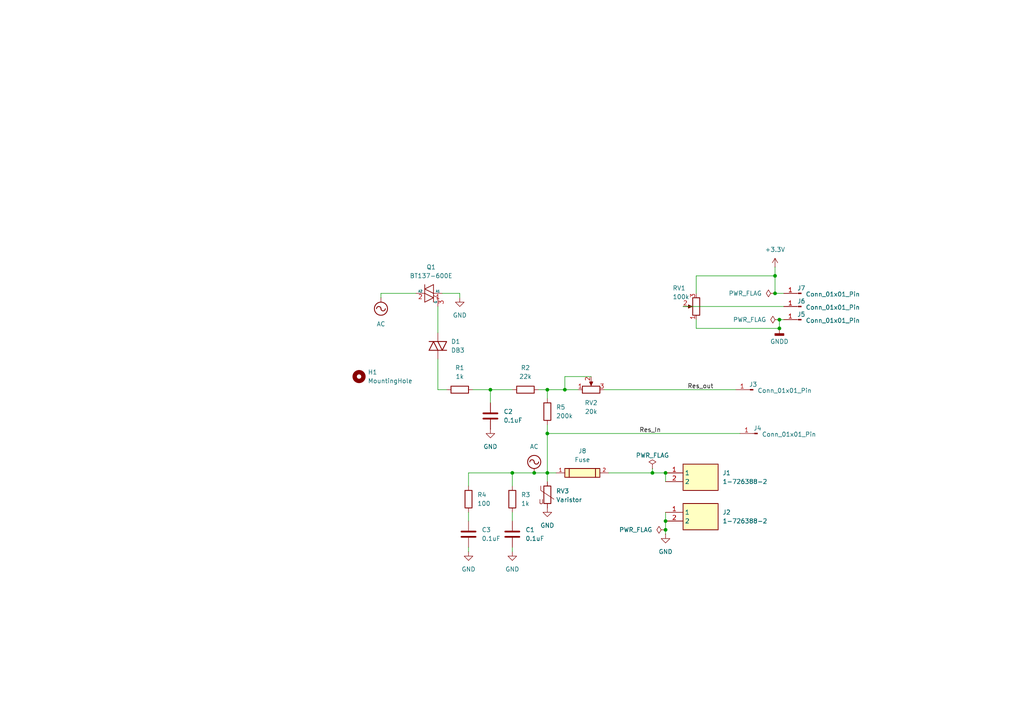
<source format=kicad_sch>
(kicad_sch (version 20250114) (generator "eeschema") (generator_version "9.0")
  (paper "A4")
  (lib_symbols
    (symbol "Connector:Conn_01x01_Pin" (pin_names (offset 1.016) (hide yes))
      (property "Reference" "J" (at 0 2.54 0))
      (property "Value" "Conn_01x01_Pin" (at 0 -2.54 0))
      (symbol "Conn_01x01_Pin_1_1"
        (rectangle (start 0.8636 0.127) (end 0 -0.127) (stroke (width 0.1524)) (fill (type outline)))
        (polyline (pts (xy 1.27 0) (xy 0.8636 0)) (stroke (width 0.1524)))
        (pin passive line (at 5.08 0 180) (length 3.81) (name "Pin_1") (number "1"))
      )
    )
    (symbol "Mechanical:MountingHole" (pin_names (offset 1.016)) (in_bom no)
      (property "Reference" "H" (at 0 5.08 0))
      (property "Value" "MountingHole" (at 0 3.175 0))
      (symbol "MountingHole_0_1"
        (circle (center 0 0) (radius 1.27) (stroke (width 1.27)))
      )
    )
    (symbol "power:+3.3V" (power) (pin_numbers (hide yes)) (pin_names (offset 0) (hide yes))
      (property "Value" "+3.3V" (at 0 3.556 0))
      (symbol "+3.3V_0_1"
        (polyline (pts (xy -0.762 1.27) (xy 0 2.54)))
        (polyline (pts (xy 0 2.54) (xy 0.762 1.27)))
        (polyline (pts (xy 0 0) (xy 0 2.54)))
      )
      (symbol "+3.3V_1_1"
        (pin power_in line (at 0 0 90) (length 0) (name "~") (number "1"))
      )
    )
    (symbol "power:AC" (power) (pin_numbers (hide yes)) (pin_names (offset 0) (hide yes))
      (property "Value" "AC" (at 0 6.35 0))
      (symbol "AC_0_1"
        (arc (start -1.27 3.175) (mid -0.635 3.8073) (end 0 3.175) (stroke (width 0.254)))
        (circle (center 0 3.175) (radius 1.905) (stroke (width 0.254)))
        (polyline (pts (xy 0 0) (xy 0 1.27)))
        (arc (start 1.27 3.175) (mid 0.635 2.5427) (end 0 3.175) (stroke (width 0.254)))
      )
      (symbol "AC_1_1"
        (pin power_in line (at 0 0 90) (length 0) (name "~") (number "1"))
      )
    )
    (symbol "power:GND" (power) (pin_numbers (hide yes)) (pin_names (offset 0) (hide yes))
      (property "Value" "GND" (at 0 -3.81 0))
      (symbol "GND_0_1"
        (polyline (pts (xy 0 0) (xy 0 -1.27) (xy 1.27 -1.27) (xy 0 -2.54) (xy -1.27 -1.27) (xy 0 -1.27)))
      )
      (symbol "GND_1_1"
        (pin power_in line (at 0 0 270) (length 0) (name "~") (number "1"))
      )
    )
    (symbol "power:GNDD" (power) (pin_numbers (hide yes)) (pin_names (offset 0) (hide yes))
      (property "Value" "GNDD" (at 0 -3.175 0))
      (symbol "GNDD_0_1"
        (rectangle (start -1.27 -1.524) (end 1.27 -2.032) (stroke (width 0.254)) (fill (type outline)))
        (polyline (pts (xy 0 0) (xy 0 -1.524)))
      )
      (symbol "GNDD_1_1"
        (pin power_in line (at 0 0 270) (length 0) (name "~") (number "1"))
      )
    )
    (symbol "power:PWR_FLAG" (power) (pin_numbers (hide yes)) (pin_names (offset 0) (hide yes))
      (property "Value" "PWR_FLAG" (at 0 3.81 0))
      (symbol "PWR_FLAG_0_0"
        (pin power_out line (at 0 0 90) (length 0) (name "~") (number "1"))
      )
      (symbol "PWR_FLAG_0_1"
        (polyline (pts (xy 0 0) (xy 0 1.27) (xy -1.016 1.905) (xy 0 2.54) (xy 1.016 1.905) (xy 0 1.27)))
      )
    )
    (symbol "project:1-726388-2"
      (property "Reference" "J" (at 16.51 7.62 0))
      (property "Value" "1-726388-2" (at 16.51 5.08 0))
      (symbol "1-726388-2_1_1"
        (rectangle (start 5.08 2.54) (end 15.24 -5.08) (stroke (width 0.254)) (fill (type background)))
        (pin passive line (at 0 0 0) (length 5.08) (name "1") (number "1"))
        (pin passive line (at 0 -2.54 0) (length 5.08) (name "2") (number "2"))
      )
    )
    (symbol "project:BFC233627104" (pin_numbers (hide yes)) (pin_names (offset 0.254))
      (property "Reference" "C" (at 0.635 2.54 0))
      (property "Value" "0.1uF" (at 0.635 -2.54 0))
      (symbol "BFC233627104_0_1"
        (polyline (pts (xy -2.032 0.762) (xy 2.032 0.762)) (stroke (width 0.508)))
        (polyline (pts (xy -2.032 -0.762) (xy 2.032 -0.762)) (stroke (width 0.508)))
      )
      (symbol "BFC233627104_1_1"
        (pin passive line (at 0 3.81 270) (length 2.794) (name "~") (number "1"))
        (pin passive line (at 0 -3.81 90) (length 2.794) (name "~") (number "2"))
      )
    )
    (symbol "project:BT137-600E" (pin_names (offset 0))
      (property "Reference" "Q" (at 5.08 1.905 0))
      (property "Value" "BT137-600E" (at 5.08 0 0))
      (symbol "BT137-600E_0_1"
        (polyline (pts (xy -2.54 1.27) (xy 2.54 1.27)) (stroke (width 0.2032)))
        (polyline (pts (xy -2.54 1.27) (xy -1.27 -1.27) (xy 0 1.27)) (stroke (width 0.2032)))
        (polyline (pts (xy -2.54 -1.27) (xy 2.54 -1.27)) (stroke (width 0.2032)))
        (polyline (pts (xy -1.27 -2.54) (xy -0.635 -1.27)))
        (polyline (pts (xy 0 -1.27) (xy 1.27 1.27) (xy 2.54 -1.27)) (stroke (width 0.2032)))
      )
      (symbol "BT137-600E_1_1"
        (pin input line (at -3.81 -2.54 0) (length 2.54) (name "G") (number "3"))
        (pin passive line (at 0 3.81 270) (length 2.54) (name "A2") (number "2"))
        (pin passive line (at 0 -3.81 90) (length 2.54) (name "A1") (number "1"))
      )
    )
    (symbol "project:DB3" (pin_numbers (hide yes)) (pin_names (offset 1.016) (hide yes))
      (property "Reference" "D" (at 0 3.81 0))
      (property "Value" "DB3" (at 0 -3.81 0))
      (symbol "DB3_0_1"
        (polyline (pts (xy -1.27 2.54) (xy -1.27 0) (xy 1.27 1.27) (xy -1.27 2.54)) (stroke (width 0.254)))
        (polyline (pts (xy -1.27 0) (xy -1.27 -2.54)) (stroke (width 0.254)))
        (polyline (pts (xy 1.27 2.54) (xy 1.27 0)) (stroke (width 0.254)))
        (polyline (pts (xy 1.27 0) (xy 1.27 -2.54) (xy -1.27 -1.27) (xy 1.27 0)) (stroke (width 0.254)))
      )
      (symbol "DB3_1_1"
        (pin passive line (at -3.81 0 0) (length 2.54) (name "K") (number "1"))
        (pin passive line (at 3.81 0 180) (length 2.54) (name "A") (number "2"))
      )
    )
    (symbol "project:Fuse Holder" (pin_names (offset 1.016))
      (property "Reference" "J" (at 0 2.54 0))
      (property "Value" "Fuse" (at -5.08 -3.81 0))
      (symbol "Fuse Holder_0_0"
        (rectangle (start -5.08 -1.27) (end 5.08 1.27) (stroke (width 0.254)) (fill (type background)))
        (polyline (pts (xy -3.81 1.27) (xy -3.81 -1.27)) (stroke (width 0.254)))
        (polyline (pts (xy 3.81 1.27) (xy 3.81 -1.27)) (stroke (width 0.254)))
        (pin passive line (at -7.62 0 0) (length 2.54) (name "~") (number "1"))
        (pin passive line (at 7.62 0 180) (length 2.54) (name "~") (number "2"))
      )
    )
    (symbol "project:R1003W" (pin_numbers (hide yes)) (pin_names (offset 0))
      (property "Reference" "R" (at 2.032 0 90))
      (property "Value" "100" (at 0 0 90))
      (symbol "R1003W_0_1"
        (rectangle (start -1.016 -2.54) (end 1.016 2.54) (stroke (width 0.254)))
      )
      (symbol "R1003W_1_1"
        (pin passive line (at 0 3.81 270) (length 1.27) (name "~") (number "1"))
        (pin passive line (at 0 -3.81 90) (length 1.27) (name "~") (number "2"))
      )
    )
    (symbol "project:R1k" (pin_numbers (hide yes)) (pin_names (offset 0))
      (property "Reference" "R" (at 2.032 0 90))
      (property "Value" "1k" (at 0 0 90))
      (symbol "R1k_0_1"
        (rectangle (start -1.016 -2.54) (end 1.016 2.54) (stroke (width 0.254)))
      )
      (symbol "R1k_1_1"
        (pin passive line (at 0 3.81 270) (length 1.27) (name "~") (number "1"))
        (pin passive line (at 0 -3.81 90) (length 1.27) (name "~") (number "2"))
      )
    )
    (symbol "project:R200k" (pin_numbers (hide yes)) (pin_names (offset 0))
      (property "Reference" "R" (at 2.032 0 90))
      (property "Value" "200k" (at 0 0 90))
      (symbol "R200k_0_1"
        (rectangle (start -1.016 -2.54) (end 1.016 2.54) (stroke (width 0.254)))
      )
      (symbol "R200k_1_1"
        (pin passive line (at 0 3.81 270) (length 1.27) (name "~") (number "1"))
        (pin passive line (at 0 -3.81 90) (length 1.27) (name "~") (number "2"))
      )
    )
    (symbol "project:R22k" (pin_numbers (hide yes)) (pin_names (offset 0))
      (property "Reference" "R" (at 2.032 0 90))
      (property "Value" "22k" (at 0 0 90))
      (symbol "R22k_0_1"
        (rectangle (start -1.016 -2.54) (end 1.016 2.54) (stroke (width 0.254)))
      )
      (symbol "R22k_1_1"
        (pin passive line (at 0 3.81 270) (length 1.27) (name "~") (number "1"))
        (pin passive line (at 0 -3.81 90) (length 1.27) (name "~") (number "2"))
      )
    )
    (symbol "project:SFR25H0001001FA500" (pin_numbers (hide yes)) (pin_names (offset 0))
      (property "Reference" "R" (at 2.032 0 90))
      (property "Value" "1k" (at 0 0 90))
      (symbol "SFR25H0001001FA500_0_1"
        (rectangle (start -1.016 -2.54) (end 1.016 2.54) (stroke (width 0.254)))
      )
      (symbol "SFR25H0001001FA500_1_1"
        (pin passive line (at 0 3.81 270) (length 1.27) (name "~") (number "1"))
        (pin passive line (at 0 -3.81 90) (length 1.27) (name "~") (number "2"))
      )
    )
    (symbol "project:Slide-Pot" (pin_names (offset 1.016) (hide yes))
      (property "Reference" "RV" (at -4.445 0 90))
      (property "Value" "100k" (at -2.54 0 90))
      (symbol "Slide-Pot_0_1"
        (rectangle (start 1.016 2.54) (end -1.016 -2.54) (stroke (width 0.254)))
        (polyline (pts (xy 1.143 0) (xy 2.286 0.508) (xy 2.286 -0.508) (xy 1.143 0)) (fill (type outline)))
        (polyline (pts (xy 2.54 0) (xy 1.524 0)))
      )
      (symbol "Slide-Pot_1_1"
        (pin passive line (at 0 3.81 270) (length 1.27) (name "1") (number "1"))
        (pin passive line (at 0 -3.81 90) (length 1.27) (name "3") (number "3"))
        (pin passive line (at 3.81 0 180) (length 1.27) (name "2") (number "2"))
      )
    )
    (symbol "project:Trim_pot_20k" (pin_names (offset 1.016) (hide yes))
      (property "Reference" "RV" (at -4.445 0 90))
      (property "Value" "20k" (at -2.54 0 90))
      (symbol "Trim_pot_20k_0_1"
        (rectangle (start 1.016 2.54) (end -1.016 -2.54) (stroke (width 0.254)))
        (polyline (pts (xy 1.143 0) (xy 2.286 0.508) (xy 2.286 -0.508) (xy 1.143 0)) (fill (type outline)))
        (polyline (pts (xy 2.54 0) (xy 1.524 0)))
      )
      (symbol "Trim_pot_20k_1_1"
        (pin passive line (at 0 3.81 270) (length 1.27) (name "1") (number "1"))
        (pin passive line (at 0 -3.81 90) (length 1.27) (name "3") (number "3"))
        (pin passive line (at 3.81 0 180) (length 1.27) (name "2") (number "2"))
      )
    )
    (symbol "project:Varistor" (pin_numbers (hide yes)) (pin_names (offset 0))
      (property "Reference" "RV" (at 3.175 0 90))
      (property "Value" "Varistor" (at -3.175 0 90))
      (symbol "Varistor_0_0"
        (text "U" (at -1.778 -2.032 0) (effects (font (size 1.27 1.27))))
      )
      (symbol "Varistor_0_1"
        (polyline (pts (xy -1.905 2.54) (xy -1.905 1.27) (xy 1.905 -1.27)))
        (rectangle (start -1.016 -2.54) (end 1.016 2.54) (stroke (width 0.254)))
      )
      (symbol "Varistor_1_1"
        (pin passive line (at 0 3.81 270) (length 1.27) (name "~") (number "1"))
        (pin passive line (at 0 -3.81 90) (length 1.27) (name "~") (number "2"))
      )
    )
  )
  (junction (at 193.04 151.13))
  (junction (at 193.04 153.67))
  (junction (at 224.79 80.01))
  (junction (at 224.79 85.09))
  (junction (at 163.83 113.03))
  (junction (at 189.23 137.16))
  (junction (at 193.04 137.16))
  (junction (at 142.24 113.03))
  (junction (at 158.75 125.73))
  (junction (at 158.75 137.16))
  (junction (at 226.06 92.71))
  (junction (at 154.94 137.16))
  (junction (at 158.75 113.03))
  (junction (at 226.06 95.25))
  (junction (at 148.59 137.16))
  (wire (pts (xy 224.79 80.01) (xy 224.79 85.09)))
  (wire (pts (xy 161.29 137.16) (xy 158.75 137.16)))
  (wire (pts (xy 163.83 109.22) (xy 171.45 109.22)))
  (wire (pts (xy 127 104.14) (xy 127 113.03)))
  (wire (pts (xy 224.79 77.47) (xy 224.79 80.01)))
  (wire (pts (xy 189.23 135.89) (xy 189.23 137.16)))
  (wire (pts (xy 135.89 137.16) (xy 148.59 137.16)))
  (wire (pts (xy 193.04 137.16) (xy 193.04 139.7)))
  (wire (pts (xy 127 113.03) (xy 129.54 113.03)))
  (wire (pts (xy 226.06 95.25) (xy 201.93 95.25)))
  (wire (pts (xy 110.49 85.09) (xy 120.65 85.09)))
  (wire (pts (xy 227.33 85.09) (xy 224.79 85.09)))
  (wire (pts (xy 226.06 92.71) (xy 227.33 92.71)))
  (wire (pts (xy 148.59 148.59) (xy 148.59 151.13)))
  (wire (pts (xy 163.83 113.03) (xy 167.64 113.03)))
  (wire (pts (xy 198.12 88.9) (xy 227.33 88.9)))
  (wire (pts (xy 137.16 113.03) (xy 142.24 113.03)))
  (wire (pts (xy 193.04 151.13) (xy 193.04 153.67)))
  (wire (pts (xy 158.75 113.03) (xy 158.75 115.57)))
  (wire (pts (xy 133.35 85.09) (xy 128.27 85.09)))
  (wire (pts (xy 158.75 137.16) (xy 158.75 139.7)))
  (wire (pts (xy 193.04 148.59) (xy 193.04 151.13)))
  (wire (pts (xy 135.89 148.59) (xy 135.89 151.13)))
  (wire (pts (xy 201.93 80.01) (xy 224.79 80.01)))
  (wire (pts (xy 163.83 109.22) (xy 163.83 113.03)))
  (wire (pts (xy 201.93 95.25) (xy 201.93 92.71)))
  (wire (pts (xy 142.24 113.03) (xy 142.24 116.84)))
  (wire (pts (xy 110.49 86.36) (xy 110.49 85.09)))
  (wire (pts (xy 156.21 113.03) (xy 158.75 113.03)))
  (wire (pts (xy 142.24 113.03) (xy 148.59 113.03)))
  (wire (pts (xy 127 88.9) (xy 127 96.52)))
  (wire (pts (xy 148.59 137.16) (xy 154.94 137.16)))
  (wire (pts (xy 158.75 125.73) (xy 158.75 137.16)))
  (wire (pts (xy 175.26 113.03) (xy 213.36 113.03)))
  (wire (pts (xy 135.89 140.97) (xy 135.89 137.16)))
  (wire (pts (xy 133.35 86.36) (xy 133.35 85.09)))
  (wire (pts (xy 148.59 137.16) (xy 148.59 140.97)))
  (wire (pts (xy 154.94 137.16) (xy 158.75 137.16)))
  (wire (pts (xy 135.89 158.75) (xy 135.89 160.02)))
  (wire (pts (xy 193.04 153.67) (xy 193.04 154.94)))
  (wire (pts (xy 158.75 113.03) (xy 163.83 113.03)))
  (wire (pts (xy 176.53 137.16) (xy 189.23 137.16)))
  (wire (pts (xy 226.06 92.71) (xy 226.06 95.25)))
  (wire (pts (xy 201.93 85.09) (xy 201.93 80.01)))
  (wire (pts (xy 189.23 137.16) (xy 193.04 137.16)))
  (wire (pts (xy 158.75 125.73) (xy 214.63 125.73)))
  (wire (pts (xy 148.59 160.02) (xy 148.59 158.75)))
  (wire (pts (xy 158.75 123.19) (xy 158.75 125.73)))
  (label "Res_In" (at 185.42 125.73 0))
  (label "Res_out" (at 199.39 113.03 0))
  (symbol (lib_id "Connector:Conn_01x01_Pin") (at 218.44 113.03 180) (unit 1)
    (property "Reference" "J3" (at 218.44 111.506 0))
    (property "Value" "Conn_01x01_Pin" (at 227.584 113.284 0))
    (property "Footprint" "Connector_Wire:SolderWire-0.5sqmm_1x01_D0.9mm_OD2.1mm" (effects (hide yes)))
    (property "Description" "Generic connector, single row, 01x01, script generated" (effects (hide yes)))
  )
  (symbol (lib_id "power:GND") (at 133.35 86.36 0) (unit 1)
    (property "Reference" "#PWR03" (effects (hide yes)))
    (property "Value" "GND" (at 133.35 91.44 0))
    (property "Description" "Power symbol creates a global label with name \"GND\" , ground" (effects (hide yes)))
  )
  (symbol (lib_id "Mechanical:MountingHole") (at 104.14 109.22 0) (unit 1) (in_bom no)
    (property "Reference" "H1" (at 106.68 107.9499 0) (effects (justify left)))
    (property "Value" "MountingHole" (at 106.68 110.4899 0) (effects (justify left)))
    (property "Footprint" "MountingHole:MountingHole_5.5mm" (effects (hide yes)))
    (property "Description" "Mounting Hole without connection" (effects (hide yes)))
  )
  (symbol (lib_id "Connector:Conn_01x01_Pin") (at 232.41 88.9 180) (unit 1)
    (property "Reference" "J6" (at 232.41 87.376 0))
    (property "Value" "Conn_01x01_Pin" (at 241.554 89.154 0))
    (property "Footprint" "Connector_Wire:SolderWire-0.5sqmm_1x01_D0.9mm_OD2.1mm" (effects (hide yes)))
    (property "Description" "Generic connector, single row, 01x01, script generated" (effects (hide yes)))
  )
  (symbol (lib_id "power:GND") (at 193.04 154.94 0) (unit 1)
    (property "Reference" "#PWR02" (effects (hide yes)))
    (property "Value" "GND" (at 193.04 160.02 0))
    (property "Description" "Power symbol creates a global label with name \"GND\" , ground" (effects (hide yes)))
  )
  (symbol (lib_id "project:1-726388-2") (at 193.04 148.59 0) (unit 1)
    (property "Reference" "J2" (at 209.55 148.5899 0) (effects (justify left)))
    (property "Value" "1-726388-2" (at 209.55 151.1299 0) (effects (justify left)))
    (property "Footprint" "project:17263882" (effects (hide yes)))
    (property "Datasheet" "https://datasheet.datasheetarchive.com/originals/distributors/Datasheets_SAMA/055e60f42819069191c4e7cf8bb8e9d2.pdf" (effects (hide yes)))
    (property "Description" "Tab terminal,PCB, FASTON 187, straight TE Connectivity FASTON .187 Series , Straight Mount Angle PCB Tab Terminal, 4.75 x 0.81mm Tin Plated" (effects (hide yes)))
    (property "Height" "8" (effects (hide yes)))
    (property "Mouser #" "571-1-726388-2" (effects (hide yes)))
    (property "Mouser Price/Stock" "https://www.mouser.co.uk/ProductDetail/TE-Connectivity-AMP/1-726388-2?qs=sd1rtLGwt45Lz6YyJvcJPw%3D%3D" (effects (hide yes)))
    (property "MFG" "TE Connectivity" (effects (hide yes)))
    (property "MFG #" "1-726388-2" (effects (hide yes)))
  )
  (symbol (lib_id "project:1-726388-2") (at 193.04 137.16 0) (unit 1)
    (property "Reference" "J1" (at 209.55 137.1599 0) (effects (justify left)))
    (property "Value" "1-726388-2" (at 209.55 139.6999 0) (effects (justify left)))
    (property "Footprint" "project:17263882" (effects (hide yes)))
    (property "Datasheet" "https://datasheet.datasheetarchive.com/originals/distributors/Datasheets_SAMA/055e60f42819069191c4e7cf8bb8e9d2.pdf" (effects (hide yes)))
    (property "Description" "Tab terminal,PCB, FASTON 187, straight TE Connectivity FASTON .187 Series , Straight Mount Angle PCB Tab Terminal, 4.75 x 0.81mm Tin Plated" (effects (hide yes)))
    (property "Height" "8" (effects (hide yes)))
    (property "Mouser #" "571-1-726388-2" (effects (hide yes)))
    (property "Mouser Price/Stock" "https://www.mouser.co.uk/ProductDetail/TE-Connectivity-AMP/1-726388-2?qs=sd1rtLGwt45Lz6YyJvcJPw%3D%3D" (effects (hide yes)))
    (property "MFG" "TE Connectivity" (effects (hide yes)))
    (property "MFG #" "1-726388-2" (effects (hide yes)))
  )
  (symbol (lib_id "Connector:Conn_01x01_Pin") (at 232.41 92.71 180) (unit 1)
    (property "Reference" "J5" (at 232.41 91.186 0))
    (property "Value" "Conn_01x01_Pin" (at 241.554 92.964 0))
    (property "Footprint" "Connector_Wire:SolderWire-0.5sqmm_1x01_D0.9mm_OD2.1mm" (effects (hide yes)))
    (property "Description" "Generic connector, single row, 01x01, script generated" (effects (hide yes)))
  )
  (symbol (lib_id "power:GND") (at 135.89 160.02 0) (unit 1)
    (property "Reference" "#PWR09" (effects (hide yes)))
    (property "Value" "GND" (at 135.89 165.1 0))
    (property "Description" "Power symbol creates a global label with name \"GND\" , ground" (effects (hide yes)))
  )
  (symbol (lib_id "power:PWR_FLAG") (at 226.06 92.71 90) (unit 1)
    (property "Reference" "#FLG03" (effects (hide yes)))
    (property "Value" "PWR_FLAG" (at 222.25 92.7101 90) (effects (justify left)))
    (property "Description" "Special symbol for telling ERC where power comes from" (effects (hide yes)))
  )
  (symbol (lib_id "power:GND") (at 148.59 160.02 0) (unit 1)
    (property "Reference" "#PWR04" (effects (hide yes)))
    (property "Value" "GND" (at 148.59 165.1 0))
    (property "Description" "Power symbol creates a global label with name \"GND\" , ground" (effects (hide yes)))
  )
  (symbol (lib_id "project:R200k") (at 158.75 119.38 180) (unit 1)
    (property "Reference" "R5" (at 161.29 118.1099 0) (effects (justify right)))
    (property "Value" "200k" (at 161.29 120.6499 0) (effects (justify right)))
    (property "Footprint" "Resistor_THT:R_Axial_DIN0207_L6.3mm_D2.5mm_P10.16mm_Horizontal" (effects (hide yes)))
    (property "Description" "Metal Film Resistors PR01 1% A5 200K" (effects (hide yes)))
    (property "MFG #" "PR01000102003FA500" (effects (hide yes)))
    (property "Mouser #" "594-PR01000102003FA5 " (effects (hide yes)))
    (property "MFG" "Vishay" (effects (hide yes)))
  )
  (symbol (lib_id "project:SFR25H0001001FA500") (at 148.59 144.78 180) (unit 1)
    (property "Reference" "R3" (at 151.13 143.5099 0) (effects (justify right)))
    (property "Value" "1k" (at 151.13 146.0499 0) (effects (justify right)))
    (property "Footprint" "Resistor_THT:R_Axial_DIN0207_L6.3mm_D2.5mm_P10.16mm_Horizontal" (effects (hide yes)))
    (property "Description" "Metal Film Resistors SFR25H 1% A5 1K0" (effects (hide yes)))
    (property "MFG #" "SFR25H0001001FA500" (effects (hide yes)))
    (property "Mouser #" "594-SFR25H0001001FA5" (effects (hide yes)))
  )
  (symbol (lib_id "project:Fuse Holder") (at 168.91 137.16 0) (unit 1)
    (property "Reference" "J8" (at 168.91 130.81 0))
    (property "Value" "Fuse" (at 168.91 133.35 0))
    (property "Footprint" "project:696108003002" (effects (hide yes)))
    (property "Description" "Fuse Block 20 A 250V 1 Circuit Cartridge Through Hole" (effects (hide yes)))
    (property "MFG #" "696108003002" (effects (hide yes)))
    (property "MFG" "Würth Elektronik" (effects (hide yes)))
  )
  (symbol (lib_id "project:Varistor") (at 158.75 143.51 0) (unit 1)
    (property "Reference" "RV3" (at 161.29 142.4332 0) (effects (justify left)))
    (property "Value" "Varistor" (at 161.29 144.9732 0) (effects (justify left)))
    (property "Footprint" "project:VAR_B72214P2301K101" (effects (hide yes)))
    (property "Description" "470 V 6 kA Varistor 1 Circuit Through Hole Disc 14mm" (effects (hide yes)))
    (property "Sim.Name" "kicad_builtin_varistor" (effects (hide yes)))
    (property "Sim.Device" "SUBCKT" (effects (hide yes)))
    (property "Sim.Pins" "1=A 2=B" (effects (hide yes)))
    (property "Sim.Params" "threshold=1k" (effects (hide yes)))
    (property "Sim.Library" "${KICAD9_SYMBOL_DIR}/Simulation_SPICE.sp" (effects (hide yes)))
    (property "MFG" "EPCOS - TDK Electronics" (effects (hide yes)))
    (property "MFG #" "B72214P2301K101" (effects (hide yes)))
  )
  (symbol (lib_id "power:AC") (at 154.94 137.16 0) (unit 1)
    (property "Reference" "#PWR01" (effects (hide yes)))
    (property "Value" "AC" (at 154.94 129.54 0))
    (property "Description" "Power symbol creates a global label with name \"AC\"" (effects (hide yes)))
  )
  (symbol (lib_id "project:DB3") (at 127 100.33 90) (unit 1)
    (property "Reference" "D1" (at 130.81 99.0599 90) (effects (justify right)))
    (property "Value" "DB3" (at 130.81 101.5999 90) (effects (justify right)))
    (property "Footprint" "Diode_THT:D_DO-35_SOD27_P7.62mm_Horizontal" (effects (hide yes)))
    (property "Description" "32V 2A Bidirectional trigger diode, DO-35" (effects (hide yes)))
    (property "MFG #" "DB3" (effects (hide yes)))
    (property "MFG " "STMicroelectronics" (effects (hide yes)))
    (property "Mouser #" "511-DB3" (effects (hide yes)))
  )
  (symbol (lib_id "power:PWR_FLAG") (at 189.23 135.89 0) (unit 1)
    (property "Reference" "#FLG02" (effects (hide yes)))
    (property "Value" "PWR_FLAG" (at 184.404 132.08 0) (effects (justify left)))
    (property "Description" "Special symbol for telling ERC where power comes from" (effects (hide yes)))
  )
  (symbol (lib_id "project:Trim_pot_20k") (at 171.45 113.03 90) (unit 1)
    (property "Reference" "RV2" (at 171.45 116.84 90))
    (property "Value" "20k" (at 171.45 119.38 90))
    (property "Footprint" "project:POT_3329H" (effects (hide yes)))
    (property "Description" "Trimmer Resistors - Through Hole 1/4\"RND 20KOHMS 10% 0.5WATTS" (effects (hide yes)))
    (property "MFG" "Bourns" (effects (hide yes)))
    (property "MFG #" "3329H-1-203LF" (effects (hide yes)))
    (property "Mouser #" "652-3329H-1-203LF" (effects (hide yes)))
  )
  (symbol (lib_id "power:+3.3V") (at 224.79 77.47 0) (unit 1)
    (property "Reference" "#PWR07" (effects (hide yes)))
    (property "Value" "+3.3V" (at 224.79 72.39 0))
    (property "Description" "Power symbol creates a global label with name \"+3.3V\"" (effects (hide yes)))
  )
  (symbol (lib_id "project:Slide-Pot") (at 201.93 88.9 180) (unit 1)
    (property "Reference" "RV1" (at 195.072 83.566 0) (effects (justify right)))
    (property "Value" "100k" (at 195.072 86.106 0) (effects (justify right)))
    (property "Footprint" "project:RA2043F2010EB1B100K" (effects (hide yes)))
    (property "Description" "Trimmer Resistors - Through Hole T7 YA 100K 20% BO e2" (effects (hide yes)))
    (property "MFG" "Alpha (Taiwan)" (effects (hide yes)))
    (property "MFG #" "RA2043F-20-10EB1-B100K " (effects (hide yes)))
    (property "Mouser #" "312-219BF-100K" (effects (hide yes)))
  )
  (symbol (lib_id "power:GND") (at 158.75 147.32 0) (unit 1)
    (property "Reference" "#PWR08" (effects (hide yes)))
    (property "Value" "GND" (at 158.75 152.4 0))
    (property "Description" "Power symbol creates a global label with name \"GND\" , ground" (effects (hide yes)))
  )
  (symbol (lib_id "Connector:Conn_01x01_Pin") (at 232.41 85.09 180) (unit 1)
    (property "Reference" "J7" (at 232.41 83.566 0))
    (property "Value" "Conn_01x01_Pin" (at 241.554 85.344 0))
    (property "Footprint" "Connector_Wire:SolderWire-0.5sqmm_1x01_D0.9mm_OD2.1mm" (effects (hide yes)))
    (property "Description" "Generic connector, single row, 01x01, script generated" (effects (hide yes)))
  )
  (symbol (lib_id "project:R22k") (at 152.4 113.03 90) (unit 1)
    (property "Reference" "R2" (at 152.4 106.68 90))
    (property "Value" "22k" (at 152.4 109.22 90))
    (property "Footprint" "Resistor_THT:R_Axial_DIN0207_L6.3mm_D2.5mm_P10.16mm_Horizontal" (effects (hide yes)))
    (property "Description" "Metal Film Resistors - Through Hole SFR25H 1% A5 22K" (effects (hide yes)))
    (property "MFG #" "SFR25H0002202FA500" (effects (hide yes)))
    (property "Mouser #" "594-SFR25H0002202FA5 " (effects (hide yes)))
    (property "MFG" "Vishay" (effects (hide yes)))
  )
  (symbol (lib_id "project:R1k") (at 133.35 113.03 90) (unit 1)
    (property "Reference" "R1" (at 133.35 106.68 90))
    (property "Value" "1k" (at 133.35 109.22 90))
    (property "Footprint" "Resistor_THT:R_Axial_DIN0516_L15.5mm_D5.0mm_P20.32mm_Horizontal" (effects (hide yes)))
    (property "Description" "Metal Film Resistors - Through Hole 3watts 1Kohms 1% 100ppm" (effects (hide yes)))
    (property "MFG #" "CPF31K0000FKE14" (effects (hide yes)))
    (property "Mouser #" "71-CPF31K0000FKE14" (effects (hide yes)))
    (property "MFG" "Vishay" (effects (hide yes)))
  )
  (symbol (lib_id "project:BT137-600E") (at 124.46 85.09 90) (unit 1)
    (property "Reference" "Q1" (at 125.0442 77.47 90))
    (property "Value" "BT137-600E" (at 125.0442 80.01 90))
    (property "Footprint" "project:BT137-600E" (effects (hide yes)))
    (property "Datasheet" "http://pdf.datasheetcatalog.com/datasheet/PowerInnovations/mXuqxvy.pdf" (effects (hide yes)))
    (property "Description" "Triacs RAIL TRIAC" (effects (hide yes)))
    (property "MFG #" "BT137-600E,127 " (effects (hide yes)))
    (property "Mouser #" "771-BT137-600E " (effects (hide yes)))
  )
  (symbol (lib_id "power:AC") (at 110.49 86.36 180) (unit 1)
    (property "Reference" "#PWR010" (effects (hide yes)))
    (property "Value" "AC" (at 110.49 93.98 0))
    (property "Description" "Power symbol creates a global label with name \"AC\"" (effects (hide yes)))
  )
  (symbol (lib_id "project:BFC233627104") (at 148.59 154.94 180) (unit 1)
    (property "Reference" "C1" (at 152.4 153.6699 0) (effects (justify right)))
    (property "Value" "0.1uF" (at 152.4 156.2099 0) (effects (justify right)))
    (property "Footprint" "Capacitor_THT:C_Rect_L18.0mm_W5.0mm_P15.00mm_FKS3_FKP3" (effects (hide yes)))
    (property "Description" "Safety Capacitors .1uF 10% 275volts" (effects (hide yes)))
    (property "MFG #" "BFC233627104" (effects (hide yes)))
    (property "Mouser #" "594-222233627104" (effects (hide yes)))
  )
  (symbol (lib_id "Connector:Conn_01x01_Pin") (at 219.71 125.73 180) (unit 1)
    (property "Reference" "J4" (at 219.71 124.206 0))
    (property "Value" "Conn_01x01_Pin" (at 228.854 125.984 0))
    (property "Footprint" "Connector_Wire:SolderWire-0.5sqmm_1x01_D0.9mm_OD2.1mm" (effects (hide yes)))
    (property "Description" "Generic connector, single row, 01x01, script generated" (effects (hide yes)))
  )
  (symbol (lib_id "power:GNDD") (at 226.06 95.25 0) (unit 1)
    (property "Reference" "#PWR06" (effects (hide yes)))
    (property "Value" "GNDD" (at 226.06 99.06 0))
    (property "Description" "Power symbol creates a global label with name \"GNDD\" , digital ground" (effects (hide yes)))
  )
  (symbol (lib_id "project:BFC233627104") (at 135.89 154.94 180) (unit 1)
    (property "Reference" "C3" (at 139.7 153.6699 0) (effects (justify right)))
    (property "Value" "0.1uF" (at 139.7 156.2099 0) (effects (justify right)))
    (property "Footprint" "Capacitor_THT:C_Rect_L18.0mm_W5.0mm_P15.00mm_FKS3_FKP3" (effects (hide yes)))
    (property "Description" "Safety Capacitors .1uF 10% 275volts" (effects (hide yes)))
    (property "MFG #" "BFC233627104" (effects (hide yes)))
    (property "Mouser #" "594-222233627104" (effects (hide yes)))
  )
  (symbol (lib_id "power:PWR_FLAG") (at 224.79 85.09 90) (unit 1)
    (property "Reference" "#FLG04" (effects (hide yes)))
    (property "Value" "PWR_FLAG" (at 220.98 85.0901 90) (effects (justify left)))
    (property "Description" "Special symbol for telling ERC where power comes from" (effects (hide yes)))
  )
  (symbol (lib_id "project:R1003W") (at 135.89 144.78 0) (unit 1)
    (property "Reference" "R4" (at 138.43 143.5099 0) (effects (justify left)))
    (property "Value" "100" (at 138.43 146.0499 0) (effects (justify left)))
    (property "Footprint" "Resistor_THT:R_Axial_DIN0516_L15.5mm_D5.0mm_P20.32mm_Horizontal" (effects (hide yes)))
    (property "Description" "Metal Film Resistors 3watts 100ohms 1% 100ppm" (effects (hide yes)))
    (property "MFG #" "CPF3100R00FKE14" (effects (hide yes)))
    (property "Mouser #" "71-CPF3100R00FKE14 " (effects (hide yes)))
    (property "MFG" "Vishay" (effects (hide yes)))
  )
  (symbol (lib_id "project:BFC233627104") (at 142.24 120.65 180) (unit 1)
    (property "Reference" "C2" (at 146.05 119.3799 0) (effects (justify right)))
    (property "Value" "0.1uF" (at 146.05 121.9199 0) (effects (justify right)))
    (property "Footprint" "Capacitor_THT:C_Rect_L18.0mm_W5.0mm_P15.00mm_FKS3_FKP3" (effects (hide yes)))
    (property "Description" "Safety Capacitors .1uF 10% 275volts" (effects (hide yes)))
    (property "MFG #" "BFC233627104" (effects (hide yes)))
    (property "Mouser #" "594-222233627104" (effects (hide yes)))
  )
  (symbol (lib_id "power:GND") (at 142.24 124.46 0) (unit 1)
    (property "Reference" "#PWR05" (effects (hide yes)))
    (property "Value" "GND" (at 142.24 129.54 0))
    (property "Description" "Power symbol creates a global label with name \"GND\" , ground" (effects (hide yes)))
  )
  (symbol (lib_id "power:PWR_FLAG") (at 193.04 153.67 90) (unit 1)
    (property "Reference" "#FLG01" (effects (hide yes)))
    (property "Value" "PWR_FLAG" (at 189.23 153.6701 90) (effects (justify left)))
    (property "Description" "Special symbol for telling ERC where power comes from" (effects (hide yes)))
  )
)
</source>
